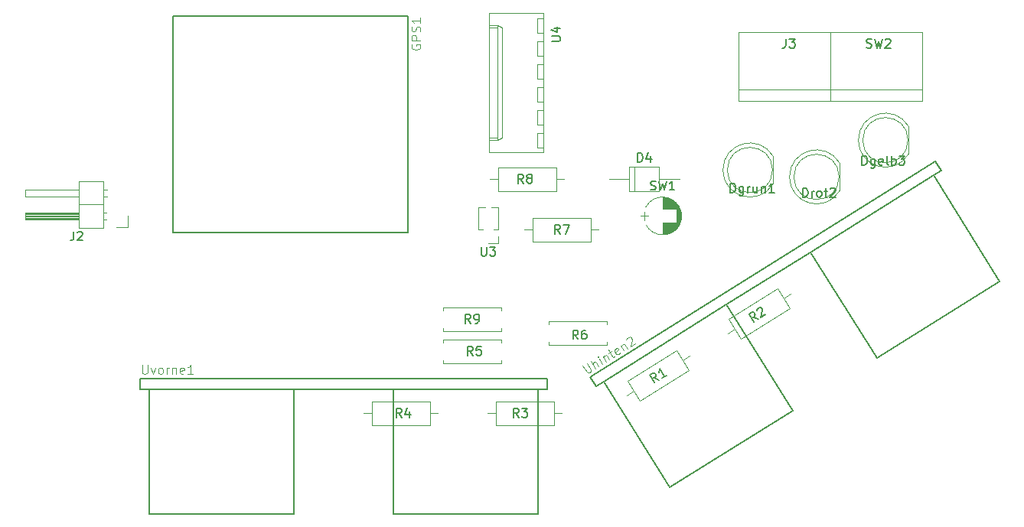
<source format=gbr>
G04 #@! TF.GenerationSoftware,KiCad,Pcbnew,(5.0.2)-1*
G04 #@! TF.CreationDate,2021-03-21T08:53:34+01:00*
G04 #@! TF.ProjectId,Radmesser,5261646d-6573-4736-9572-2e6b69636164,rev?*
G04 #@! TF.SameCoordinates,Original*
G04 #@! TF.FileFunction,Legend,Top*
G04 #@! TF.FilePolarity,Positive*
%FSLAX46Y46*%
G04 Gerber Fmt 4.6, Leading zero omitted, Abs format (unit mm)*
G04 Created by KiCad (PCBNEW (5.0.2)-1) date 21.03.2021 08:53:35*
%MOMM*%
%LPD*%
G01*
G04 APERTURE LIST*
%ADD10C,0.120000*%
%ADD11C,0.127000*%
%ADD12C,0.150000*%
%ADD13C,0.015000*%
G04 APERTURE END LIST*
D10*
G04 #@! TO.C,R6*
X189322000Y-123480000D02*
X189322000Y-123150000D01*
X189322000Y-123150000D02*
X195742000Y-123150000D01*
X195742000Y-123150000D02*
X195742000Y-123480000D01*
X189322000Y-125440000D02*
X189322000Y-125770000D01*
X189322000Y-125770000D02*
X195742000Y-125770000D01*
X195742000Y-125770000D02*
X195742000Y-125440000D01*
D11*
G04 #@! TO.C,Uvorne1*
X145124000Y-144492000D02*
X161124000Y-144492000D01*
X172124001Y-144492000D02*
X188124000Y-144492000D01*
X189124000Y-130692000D02*
X188124000Y-130692000D01*
X188124000Y-130692000D02*
X172124000Y-130692000D01*
X172124000Y-130692000D02*
X161124000Y-130692000D01*
X161124000Y-130692000D02*
X145124000Y-130692000D01*
X145124000Y-130692000D02*
X144124000Y-130692000D01*
X144124000Y-130692000D02*
X144124000Y-129492000D01*
X144124000Y-129492000D02*
X189124000Y-129492000D01*
X189124000Y-129492000D02*
X189124000Y-130692000D01*
X145124000Y-130692000D02*
X145124000Y-144492000D01*
X188124000Y-130692000D02*
X188124000Y-144492000D01*
X161124000Y-130692000D02*
X161124000Y-144492000D01*
X172124000Y-130692000D02*
X172124001Y-144492000D01*
G04 #@! TO.C,Uhinten2*
X218312923Y-115516267D02*
X225625809Y-127219331D01*
X208984394Y-121345379D02*
X216297281Y-133048442D01*
X231881692Y-107037559D02*
X239194578Y-118740623D01*
X195415624Y-129824087D02*
X202728510Y-141527151D01*
X232093837Y-105489982D02*
X232729741Y-106507640D01*
X193931673Y-129336349D02*
X232093837Y-105489982D01*
X194567576Y-130354007D02*
X193931673Y-129336349D01*
X195415624Y-129824087D02*
X194567576Y-130354007D01*
X208984394Y-121345379D02*
X195415624Y-129824087D01*
X218312923Y-115516267D02*
X208984394Y-121345379D01*
X231881692Y-107037559D02*
X218312923Y-115516267D01*
X232729741Y-106507640D02*
X231881692Y-107037559D01*
X225625809Y-127219331D02*
X239194578Y-118740623D01*
X202728510Y-141527151D02*
X216297281Y-133048442D01*
D10*
G04 #@! TO.C,Drot2*
X215958000Y-107187538D02*
G75*
G03X221508000Y-108732830I2990000J-462D01*
G01*
X215958000Y-107188462D02*
G75*
G02X221508000Y-105643170I2990000J462D01*
G01*
X221448000Y-107188000D02*
G75*
G03X221448000Y-107188000I-2500000J0D01*
G01*
X221508000Y-108733000D02*
X221508000Y-105643000D01*
G04 #@! TO.C,Dgrun1*
X214142000Y-107971000D02*
X214142000Y-104881000D01*
X214082000Y-106426000D02*
G75*
G03X214082000Y-106426000I-2500000J0D01*
G01*
X208592000Y-106426462D02*
G75*
G02X214142000Y-104881170I2990000J462D01*
G01*
X208592000Y-106425538D02*
G75*
G03X214142000Y-107970830I2990000J-462D01*
G01*
G04 #@! TO.C,U3*
X183736000Y-114552000D02*
X182626000Y-114552000D01*
X183736000Y-113792000D02*
X183736000Y-114552000D01*
X182062529Y-113032000D02*
X181516000Y-113032000D01*
X183736000Y-113032000D02*
X183189471Y-113032000D01*
X181516000Y-113032000D02*
X181516000Y-110557000D01*
X183736000Y-113032000D02*
X183736000Y-110557000D01*
X182318470Y-110557000D02*
X181516000Y-110557000D01*
X183736000Y-110557000D02*
X182933530Y-110557000D01*
G04 #@! TO.C,SW1*
X199918000Y-111056000D02*
X199918000Y-111956000D01*
X199468000Y-111506000D02*
X200368000Y-111506000D01*
X203999000Y-111341000D02*
X203999000Y-111671000D01*
X203959000Y-111091000D02*
X203959000Y-111921000D01*
X203919000Y-110939000D02*
X203919000Y-112073000D01*
X203879000Y-110820000D02*
X203879000Y-112192000D01*
X203839000Y-110720000D02*
X203839000Y-112292000D01*
X203799000Y-110632000D02*
X203799000Y-112380000D01*
X203759000Y-110554000D02*
X203759000Y-112458000D01*
X203719000Y-110483000D02*
X203719000Y-112529000D01*
X203679000Y-110418000D02*
X203679000Y-112594000D01*
X203639000Y-110358000D02*
X203639000Y-112654000D01*
X203599000Y-110302000D02*
X203599000Y-112710000D01*
X203559000Y-110250000D02*
X203559000Y-112762000D01*
X203519000Y-110201000D02*
X203519000Y-112811000D01*
X203479000Y-110155000D02*
X203479000Y-112857000D01*
X203439000Y-112286000D02*
X203439000Y-112901000D01*
X203439000Y-110111000D02*
X203439000Y-110726000D01*
X203399000Y-112286000D02*
X203399000Y-112942000D01*
X203399000Y-110070000D02*
X203399000Y-110726000D01*
X203359000Y-112286000D02*
X203359000Y-112981000D01*
X203359000Y-110031000D02*
X203359000Y-110726000D01*
X203319000Y-112286000D02*
X203319000Y-113018000D01*
X203319000Y-109994000D02*
X203319000Y-110726000D01*
X203279000Y-112286000D02*
X203279000Y-113053000D01*
X203279000Y-109959000D02*
X203279000Y-110726000D01*
X203239000Y-112286000D02*
X203239000Y-113087000D01*
X203239000Y-109925000D02*
X203239000Y-110726000D01*
X203199000Y-112286000D02*
X203199000Y-113119000D01*
X203199000Y-109893000D02*
X203199000Y-110726000D01*
X203159000Y-112286000D02*
X203159000Y-113149000D01*
X203159000Y-109863000D02*
X203159000Y-110726000D01*
X203119000Y-112286000D02*
X203119000Y-113178000D01*
X203119000Y-109834000D02*
X203119000Y-110726000D01*
X203079000Y-112286000D02*
X203079000Y-113205000D01*
X203079000Y-109807000D02*
X203079000Y-110726000D01*
X203039000Y-112286000D02*
X203039000Y-113231000D01*
X203039000Y-109781000D02*
X203039000Y-110726000D01*
X202999000Y-112286000D02*
X202999000Y-113256000D01*
X202999000Y-109756000D02*
X202999000Y-110726000D01*
X202959000Y-112286000D02*
X202959000Y-113279000D01*
X202959000Y-109733000D02*
X202959000Y-110726000D01*
X202919000Y-112286000D02*
X202919000Y-113302000D01*
X202919000Y-109710000D02*
X202919000Y-110726000D01*
X202879000Y-112286000D02*
X202879000Y-113323000D01*
X202879000Y-109689000D02*
X202879000Y-110726000D01*
X202839000Y-112286000D02*
X202839000Y-113343000D01*
X202839000Y-109669000D02*
X202839000Y-110726000D01*
X202799000Y-112286000D02*
X202799000Y-113362000D01*
X202799000Y-109650000D02*
X202799000Y-110726000D01*
X202759000Y-112286000D02*
X202759000Y-113380000D01*
X202759000Y-109632000D02*
X202759000Y-110726000D01*
X202719000Y-112286000D02*
X202719000Y-113397000D01*
X202719000Y-109615000D02*
X202719000Y-110726000D01*
X202679000Y-112286000D02*
X202679000Y-113413000D01*
X202679000Y-109599000D02*
X202679000Y-110726000D01*
X202639000Y-112286000D02*
X202639000Y-113429000D01*
X202639000Y-109583000D02*
X202639000Y-110726000D01*
X202598000Y-112286000D02*
X202598000Y-113443000D01*
X202598000Y-109569000D02*
X202598000Y-110726000D01*
X202558000Y-112286000D02*
X202558000Y-113456000D01*
X202558000Y-109556000D02*
X202558000Y-110726000D01*
X202518000Y-112286000D02*
X202518000Y-113469000D01*
X202518000Y-109543000D02*
X202518000Y-110726000D01*
X202478000Y-112286000D02*
X202478000Y-113480000D01*
X202478000Y-109532000D02*
X202478000Y-110726000D01*
X202438000Y-112286000D02*
X202438000Y-113491000D01*
X202438000Y-109521000D02*
X202438000Y-110726000D01*
X202398000Y-112286000D02*
X202398000Y-113501000D01*
X202398000Y-109511000D02*
X202398000Y-110726000D01*
X202358000Y-112286000D02*
X202358000Y-113510000D01*
X202358000Y-109502000D02*
X202358000Y-110726000D01*
X202318000Y-112286000D02*
X202318000Y-113518000D01*
X202318000Y-109494000D02*
X202318000Y-110726000D01*
X202278000Y-112286000D02*
X202278000Y-113525000D01*
X202278000Y-109487000D02*
X202278000Y-110726000D01*
X202238000Y-112286000D02*
X202238000Y-113532000D01*
X202238000Y-109480000D02*
X202238000Y-110726000D01*
X202198000Y-112286000D02*
X202198000Y-113538000D01*
X202198000Y-109474000D02*
X202198000Y-110726000D01*
X202158000Y-112286000D02*
X202158000Y-113543000D01*
X202158000Y-109469000D02*
X202158000Y-110726000D01*
X202118000Y-112286000D02*
X202118000Y-113547000D01*
X202118000Y-109465000D02*
X202118000Y-110726000D01*
X202078000Y-112286000D02*
X202078000Y-113550000D01*
X202078000Y-109462000D02*
X202078000Y-110726000D01*
X202038000Y-112286000D02*
X202038000Y-113553000D01*
X202038000Y-109459000D02*
X202038000Y-110726000D01*
X201998000Y-112286000D02*
X201998000Y-113555000D01*
X201998000Y-109457000D02*
X201998000Y-110726000D01*
X201958000Y-112286000D02*
X201958000Y-113556000D01*
X201958000Y-109456000D02*
X201958000Y-110726000D01*
X201918000Y-109456000D02*
X201918000Y-110726000D01*
X201918000Y-112286000D02*
X201918000Y-113556000D01*
X203764436Y-112485170D02*
G75*
G03X203763996Y-110526000I-1846436J979170D01*
G01*
X203764436Y-112485170D02*
G75*
G02X200072004Y-112486000I-1846436J979170D01*
G01*
X203764436Y-110526830D02*
G75*
G03X200072004Y-110526000I-1846436J-979170D01*
G01*
G04 #@! TO.C,R1*
X197954918Y-131356659D02*
X198709681Y-130885031D01*
X204908913Y-127011321D02*
X204154150Y-127482949D01*
X199403876Y-131995974D02*
X204848344Y-128593892D01*
X198015487Y-129774088D02*
X199403876Y-131995974D01*
X203459956Y-126372006D02*
X198015487Y-129774088D01*
X204848344Y-128593892D02*
X203459956Y-126372006D01*
G04 #@! TO.C,R2*
X216024344Y-121735892D02*
X214635956Y-119514006D01*
X214635956Y-119514006D02*
X209191487Y-122916088D01*
X209191487Y-122916088D02*
X210579876Y-125137974D01*
X210579876Y-125137974D02*
X216024344Y-121735892D01*
X216084913Y-120153321D02*
X215330150Y-120624949D01*
X209130918Y-124498659D02*
X209885681Y-124027031D01*
G04 #@! TO.C,R3*
X190790000Y-133350000D02*
X189900000Y-133350000D01*
X182590000Y-133350000D02*
X183480000Y-133350000D01*
X189900000Y-132040000D02*
X183480000Y-132040000D01*
X189900000Y-134660000D02*
X189900000Y-132040000D01*
X183480000Y-134660000D02*
X189900000Y-134660000D01*
X183480000Y-132040000D02*
X183480000Y-134660000D01*
G04 #@! TO.C,R4*
X169764000Y-132040000D02*
X169764000Y-134660000D01*
X169764000Y-134660000D02*
X176184000Y-134660000D01*
X176184000Y-134660000D02*
X176184000Y-132040000D01*
X176184000Y-132040000D02*
X169764000Y-132040000D01*
X168874000Y-133350000D02*
X169764000Y-133350000D01*
X177074000Y-133350000D02*
X176184000Y-133350000D01*
G04 #@! TO.C,R7*
X186654000Y-113030000D02*
X187544000Y-113030000D01*
X194854000Y-113030000D02*
X193964000Y-113030000D01*
X187544000Y-114340000D02*
X193964000Y-114340000D01*
X187544000Y-111720000D02*
X187544000Y-114340000D01*
X193964000Y-111720000D02*
X187544000Y-111720000D01*
X193964000Y-114340000D02*
X193964000Y-111720000D01*
G04 #@! TO.C,R8*
X190154000Y-108752000D02*
X190154000Y-106132000D01*
X190154000Y-106132000D02*
X183734000Y-106132000D01*
X183734000Y-106132000D02*
X183734000Y-108752000D01*
X183734000Y-108752000D02*
X190154000Y-108752000D01*
X191044000Y-107442000D02*
X190154000Y-107442000D01*
X182844000Y-107442000D02*
X183734000Y-107442000D01*
G04 #@! TO.C,Dgelb3*
X229128000Y-104669000D02*
X229128000Y-101579000D01*
X229068000Y-103124000D02*
G75*
G03X229068000Y-103124000I-2500000J0D01*
G01*
X223578000Y-103124462D02*
G75*
G02X229128000Y-101579170I2990000J462D01*
G01*
X223578000Y-103123538D02*
G75*
G03X229128000Y-104668830I2990000J-462D01*
G01*
G04 #@! TO.C,R5*
X184058000Y-127802000D02*
X184058000Y-127472000D01*
X177638000Y-127802000D02*
X184058000Y-127802000D01*
X177638000Y-127472000D02*
X177638000Y-127802000D01*
X184058000Y-125182000D02*
X184058000Y-125512000D01*
X177638000Y-125182000D02*
X184058000Y-125182000D01*
X177638000Y-125512000D02*
X177638000Y-125182000D01*
G04 #@! TO.C,R9*
X184058000Y-124246000D02*
X184058000Y-123916000D01*
X177638000Y-124246000D02*
X184058000Y-124246000D01*
X177638000Y-123916000D02*
X177638000Y-124246000D01*
X184058000Y-121626000D02*
X184058000Y-121956000D01*
X177638000Y-121626000D02*
X184058000Y-121626000D01*
X177638000Y-121956000D02*
X177638000Y-121626000D01*
G04 #@! TO.C,D4*
X198778000Y-106082000D02*
X198778000Y-108802000D01*
X203798000Y-107442000D02*
X201558000Y-107442000D01*
X195998000Y-107442000D02*
X198238000Y-107442000D01*
X201558000Y-106082000D02*
X198238000Y-106082000D01*
X201558000Y-108802000D02*
X201558000Y-106082000D01*
X198238000Y-108802000D02*
X201558000Y-108802000D01*
X198238000Y-106082000D02*
X198238000Y-108802000D01*
G04 #@! TO.C,J2*
X142748000Y-112776000D02*
X141478000Y-112776000D01*
X142748000Y-111506000D02*
X142748000Y-112776000D01*
X140435071Y-108586000D02*
X140038000Y-108586000D01*
X140435071Y-109346000D02*
X140038000Y-109346000D01*
X131378000Y-108586000D02*
X137378000Y-108586000D01*
X131378000Y-109346000D02*
X131378000Y-108586000D01*
X137378000Y-109346000D02*
X131378000Y-109346000D01*
X140038000Y-110236000D02*
X137378000Y-110236000D01*
X140368000Y-111126000D02*
X140038000Y-111126000D01*
X140368000Y-111886000D02*
X140038000Y-111886000D01*
X137378000Y-111226000D02*
X131378000Y-111226000D01*
X137378000Y-111346000D02*
X131378000Y-111346000D01*
X137378000Y-111466000D02*
X131378000Y-111466000D01*
X137378000Y-111586000D02*
X131378000Y-111586000D01*
X137378000Y-111706000D02*
X131378000Y-111706000D01*
X137378000Y-111826000D02*
X131378000Y-111826000D01*
X131378000Y-111126000D02*
X137378000Y-111126000D01*
X131378000Y-111886000D02*
X131378000Y-111126000D01*
X137378000Y-111886000D02*
X131378000Y-111886000D01*
X137378000Y-112836000D02*
X140038000Y-112836000D01*
X137378000Y-107636000D02*
X137378000Y-112836000D01*
X140038000Y-107636000D02*
X137378000Y-107636000D01*
X140038000Y-112836000D02*
X140038000Y-107636000D01*
D11*
G04 #@! TO.C,GPS1*
X173730000Y-89346000D02*
X173730000Y-113346000D01*
X147730000Y-89346000D02*
X147730000Y-113346000D01*
X173730000Y-89346000D02*
X147730000Y-89346000D01*
X173730000Y-113346000D02*
X147730000Y-113346000D01*
D10*
G04 #@! TO.C,U4*
X188074000Y-103924000D02*
X188694000Y-103924000D01*
X188074000Y-102324000D02*
X188074000Y-103924000D01*
X188694000Y-102324000D02*
X188074000Y-102324000D01*
X188074000Y-101384000D02*
X188694000Y-101384000D01*
X188074000Y-99784000D02*
X188074000Y-101384000D01*
X188694000Y-99784000D02*
X188074000Y-99784000D01*
X188074000Y-98844000D02*
X188694000Y-98844000D01*
X188074000Y-97244000D02*
X188074000Y-98844000D01*
X188694000Y-97244000D02*
X188074000Y-97244000D01*
X188074000Y-96304000D02*
X188694000Y-96304000D01*
X188074000Y-94704000D02*
X188074000Y-96304000D01*
X188694000Y-94704000D02*
X188074000Y-94704000D01*
X188074000Y-93764000D02*
X188694000Y-93764000D01*
X188074000Y-92164000D02*
X188074000Y-93764000D01*
X188694000Y-92164000D02*
X188074000Y-92164000D01*
X188074000Y-91224000D02*
X188694000Y-91224000D01*
X188074000Y-89624000D02*
X188074000Y-91224000D01*
X188694000Y-89624000D02*
X188074000Y-89624000D01*
X182694000Y-102874000D02*
X183694000Y-102874000D01*
X182694000Y-90674000D02*
X183694000Y-90674000D01*
X184124000Y-102874000D02*
X183694000Y-103124000D01*
X184124000Y-90674000D02*
X184124000Y-102874000D01*
X183694000Y-90424000D02*
X184124000Y-90674000D01*
X183694000Y-103124000D02*
X182694000Y-103124000D01*
X183694000Y-90424000D02*
X183694000Y-103124000D01*
X182694000Y-90424000D02*
X183694000Y-90424000D01*
X188694000Y-104494000D02*
X188694000Y-89054000D01*
X182694000Y-104494000D02*
X188694000Y-104494000D01*
X182694000Y-89054000D02*
X182694000Y-104494000D01*
X188694000Y-89054000D02*
X182694000Y-89054000D01*
G04 #@! TO.C,J3*
X220472000Y-97536000D02*
X210312000Y-97536000D01*
X220472000Y-98806000D02*
X220472000Y-91186000D01*
X220472000Y-91186000D02*
X210312000Y-91186000D01*
X210312000Y-91186000D02*
X210312000Y-98806000D01*
X210312000Y-98806000D02*
X220472000Y-98806000D01*
G04 #@! TO.C,SW2*
X220472000Y-98806000D02*
X230632000Y-98806000D01*
X220472000Y-91186000D02*
X220472000Y-98806000D01*
X230632000Y-91186000D02*
X220472000Y-91186000D01*
X230632000Y-98806000D02*
X230632000Y-91186000D01*
X230632000Y-97536000D02*
X220472000Y-97536000D01*
G04 #@! TO.C,R6*
D12*
X192564211Y-125153005D02*
X192230878Y-124676815D01*
X191992782Y-125153005D02*
X191992782Y-124153005D01*
X192373735Y-124153005D01*
X192468973Y-124200625D01*
X192516592Y-124248244D01*
X192564211Y-124343482D01*
X192564211Y-124486339D01*
X192516592Y-124581577D01*
X192468973Y-124629196D01*
X192373735Y-124676815D01*
X191992782Y-124676815D01*
X193421354Y-124153005D02*
X193230878Y-124153005D01*
X193135639Y-124200625D01*
X193088020Y-124248244D01*
X192992782Y-124391101D01*
X192945163Y-124581577D01*
X192945163Y-124962529D01*
X192992782Y-125057767D01*
X193040401Y-125105386D01*
X193135639Y-125153005D01*
X193326116Y-125153005D01*
X193421354Y-125105386D01*
X193468973Y-125057767D01*
X193516592Y-124962529D01*
X193516592Y-124724434D01*
X193468973Y-124629196D01*
X193421354Y-124581577D01*
X193326116Y-124533958D01*
X193135639Y-124533958D01*
X193040401Y-124581577D01*
X192992782Y-124629196D01*
X192945163Y-124724434D01*
G04 #@! TO.C,Uvorne1*
D13*
X144351787Y-127990806D02*
X144351787Y-128800750D01*
X144399430Y-128896038D01*
X144447074Y-128943682D01*
X144542362Y-128991326D01*
X144732937Y-128991326D01*
X144828225Y-128943682D01*
X144875869Y-128896038D01*
X144923512Y-128800750D01*
X144923512Y-127990806D01*
X145304663Y-128324312D02*
X145542882Y-128991326D01*
X145781101Y-128324312D01*
X146305183Y-128991326D02*
X146209895Y-128943682D01*
X146162251Y-128896038D01*
X146114608Y-128800750D01*
X146114608Y-128514888D01*
X146162251Y-128419600D01*
X146209895Y-128371956D01*
X146305183Y-128324312D01*
X146448114Y-128324312D01*
X146543402Y-128371956D01*
X146591046Y-128419600D01*
X146638690Y-128514888D01*
X146638690Y-128800750D01*
X146591046Y-128896038D01*
X146543402Y-128943682D01*
X146448114Y-128991326D01*
X146305183Y-128991326D01*
X147067484Y-128991326D02*
X147067484Y-128324312D01*
X147067484Y-128514888D02*
X147115128Y-128419600D01*
X147162771Y-128371956D01*
X147258059Y-128324312D01*
X147353347Y-128324312D01*
X147686853Y-128324312D02*
X147686853Y-128991326D01*
X147686853Y-128419600D02*
X147734497Y-128371956D01*
X147829785Y-128324312D01*
X147972716Y-128324312D01*
X148068004Y-128371956D01*
X148115648Y-128467244D01*
X148115648Y-128991326D01*
X148973236Y-128943682D02*
X148877949Y-128991326D01*
X148687373Y-128991326D01*
X148592086Y-128943682D01*
X148544442Y-128848394D01*
X148544442Y-128467244D01*
X148592086Y-128371956D01*
X148687373Y-128324312D01*
X148877949Y-128324312D01*
X148973236Y-128371956D01*
X149020880Y-128467244D01*
X149020880Y-128562531D01*
X148544442Y-128657819D01*
X149973756Y-128991326D02*
X149402030Y-128991326D01*
X149687893Y-128991326D02*
X149687893Y-127990806D01*
X149592606Y-128133737D01*
X149497318Y-128229025D01*
X149402030Y-128276669D01*
G04 #@! TO.C,Uhinten2*
X193086910Y-128094039D02*
X193516115Y-128780911D01*
X193607014Y-128836472D01*
X193672666Y-128851629D01*
X193778722Y-128841539D01*
X193940339Y-128740549D01*
X193995900Y-128649650D01*
X194011057Y-128583999D01*
X194000966Y-128477943D01*
X193571761Y-127791071D01*
X194505998Y-128387086D02*
X193975803Y-127538597D01*
X194869636Y-128159860D02*
X194591915Y-127715413D01*
X194501016Y-127659852D01*
X194394960Y-127669943D01*
X194273748Y-127745685D01*
X194218187Y-127836584D01*
X194203030Y-127902235D01*
X195273679Y-127907386D02*
X194920216Y-127341727D01*
X194743484Y-127058897D02*
X194728327Y-127124549D01*
X194793979Y-127139705D01*
X194809136Y-127074054D01*
X194743484Y-127058897D01*
X194793979Y-127139705D01*
X195324258Y-127089253D02*
X195677721Y-127654912D01*
X195374753Y-127170061D02*
X195389910Y-127104410D01*
X195445471Y-127013511D01*
X195566684Y-126937769D01*
X195672739Y-126927678D01*
X195763638Y-126983239D01*
X196041359Y-127427686D01*
X195970726Y-126685295D02*
X196293960Y-126483316D01*
X195915207Y-126326723D02*
X196369660Y-127054000D01*
X196460559Y-127109561D01*
X196566615Y-127099470D01*
X196647423Y-127048975D01*
X197228239Y-126629861D02*
X197172678Y-126720760D01*
X197011061Y-126821749D01*
X196905005Y-126831840D01*
X196814106Y-126776278D01*
X196612127Y-126453044D01*
X196602037Y-126346989D01*
X196657598Y-126256090D01*
X196819215Y-126155100D01*
X196925271Y-126145010D01*
X197016170Y-126200571D01*
X197066665Y-126281379D01*
X196713117Y-126614661D01*
X197304066Y-125852132D02*
X197657529Y-126417791D01*
X197354561Y-125932940D02*
X197369718Y-125867289D01*
X197425279Y-125776390D01*
X197546491Y-125700647D01*
X197652547Y-125690557D01*
X197743446Y-125746118D01*
X198021167Y-126190565D01*
X197905105Y-125195658D02*
X197920262Y-125130006D01*
X197975823Y-125039107D01*
X198177845Y-124912870D01*
X198283900Y-124902780D01*
X198349552Y-124917937D01*
X198440451Y-124973498D01*
X198490946Y-125054306D01*
X198526284Y-125200766D01*
X198344401Y-125988586D01*
X198869656Y-125660370D01*
G04 #@! TO.C,Drot2*
D12*
X217416285Y-109418380D02*
X217416285Y-108418380D01*
X217654380Y-108418380D01*
X217797238Y-108466000D01*
X217892476Y-108561238D01*
X217940095Y-108656476D01*
X217987714Y-108846952D01*
X217987714Y-108989809D01*
X217940095Y-109180285D01*
X217892476Y-109275523D01*
X217797238Y-109370761D01*
X217654380Y-109418380D01*
X217416285Y-109418380D01*
X218416285Y-109418380D02*
X218416285Y-108751714D01*
X218416285Y-108942190D02*
X218463904Y-108846952D01*
X218511523Y-108799333D01*
X218606761Y-108751714D01*
X218702000Y-108751714D01*
X219178190Y-109418380D02*
X219082952Y-109370761D01*
X219035333Y-109323142D01*
X218987714Y-109227904D01*
X218987714Y-108942190D01*
X219035333Y-108846952D01*
X219082952Y-108799333D01*
X219178190Y-108751714D01*
X219321047Y-108751714D01*
X219416285Y-108799333D01*
X219463904Y-108846952D01*
X219511523Y-108942190D01*
X219511523Y-109227904D01*
X219463904Y-109323142D01*
X219416285Y-109370761D01*
X219321047Y-109418380D01*
X219178190Y-109418380D01*
X219797238Y-108751714D02*
X220178190Y-108751714D01*
X219940095Y-108418380D02*
X219940095Y-109275523D01*
X219987714Y-109370761D01*
X220082952Y-109418380D01*
X220178190Y-109418380D01*
X220463904Y-108513619D02*
X220511523Y-108466000D01*
X220606761Y-108418380D01*
X220844857Y-108418380D01*
X220940095Y-108466000D01*
X220987714Y-108513619D01*
X221035333Y-108608857D01*
X221035333Y-108704095D01*
X220987714Y-108846952D01*
X220416285Y-109418380D01*
X221035333Y-109418380D01*
G04 #@! TO.C,Dgrun1*
X209431238Y-108910380D02*
X209431238Y-107910380D01*
X209669333Y-107910380D01*
X209812190Y-107958000D01*
X209907428Y-108053238D01*
X209955047Y-108148476D01*
X210002666Y-108338952D01*
X210002666Y-108481809D01*
X209955047Y-108672285D01*
X209907428Y-108767523D01*
X209812190Y-108862761D01*
X209669333Y-108910380D01*
X209431238Y-108910380D01*
X210859809Y-108243714D02*
X210859809Y-109053238D01*
X210812190Y-109148476D01*
X210764571Y-109196095D01*
X210669333Y-109243714D01*
X210526476Y-109243714D01*
X210431238Y-109196095D01*
X210859809Y-108862761D02*
X210764571Y-108910380D01*
X210574095Y-108910380D01*
X210478857Y-108862761D01*
X210431238Y-108815142D01*
X210383619Y-108719904D01*
X210383619Y-108434190D01*
X210431238Y-108338952D01*
X210478857Y-108291333D01*
X210574095Y-108243714D01*
X210764571Y-108243714D01*
X210859809Y-108291333D01*
X211336000Y-108910380D02*
X211336000Y-108243714D01*
X211336000Y-108434190D02*
X211383619Y-108338952D01*
X211431238Y-108291333D01*
X211526476Y-108243714D01*
X211621714Y-108243714D01*
X212383619Y-108243714D02*
X212383619Y-108910380D01*
X211955047Y-108243714D02*
X211955047Y-108767523D01*
X212002666Y-108862761D01*
X212097904Y-108910380D01*
X212240761Y-108910380D01*
X212336000Y-108862761D01*
X212383619Y-108815142D01*
X212859809Y-108243714D02*
X212859809Y-108910380D01*
X212859809Y-108338952D02*
X212907428Y-108291333D01*
X213002666Y-108243714D01*
X213145523Y-108243714D01*
X213240761Y-108291333D01*
X213288380Y-108386571D01*
X213288380Y-108910380D01*
X214288380Y-108910380D02*
X213716952Y-108910380D01*
X214002666Y-108910380D02*
X214002666Y-107910380D01*
X213907428Y-108053238D01*
X213812190Y-108148476D01*
X213716952Y-108196095D01*
G04 #@! TO.C,U3*
X181864095Y-114939380D02*
X181864095Y-115748904D01*
X181911714Y-115844142D01*
X181959333Y-115891761D01*
X182054571Y-115939380D01*
X182245047Y-115939380D01*
X182340285Y-115891761D01*
X182387904Y-115844142D01*
X182435523Y-115748904D01*
X182435523Y-114939380D01*
X182816476Y-114939380D02*
X183435523Y-114939380D01*
X183102190Y-115320333D01*
X183245047Y-115320333D01*
X183340285Y-115367952D01*
X183387904Y-115415571D01*
X183435523Y-115510809D01*
X183435523Y-115748904D01*
X183387904Y-115844142D01*
X183340285Y-115891761D01*
X183245047Y-115939380D01*
X182959333Y-115939380D01*
X182864095Y-115891761D01*
X182816476Y-115844142D01*
G04 #@! TO.C,SW1*
X200584666Y-108600761D02*
X200727523Y-108648380D01*
X200965619Y-108648380D01*
X201060857Y-108600761D01*
X201108476Y-108553142D01*
X201156095Y-108457904D01*
X201156095Y-108362666D01*
X201108476Y-108267428D01*
X201060857Y-108219809D01*
X200965619Y-108172190D01*
X200775142Y-108124571D01*
X200679904Y-108076952D01*
X200632285Y-108029333D01*
X200584666Y-107934095D01*
X200584666Y-107838857D01*
X200632285Y-107743619D01*
X200679904Y-107696000D01*
X200775142Y-107648380D01*
X201013238Y-107648380D01*
X201156095Y-107696000D01*
X201489428Y-107648380D02*
X201727523Y-108648380D01*
X201918000Y-107934095D01*
X202108476Y-108648380D01*
X202346571Y-107648380D01*
X203251333Y-108648380D02*
X202679904Y-108648380D01*
X202965619Y-108648380D02*
X202965619Y-107648380D01*
X202870380Y-107791238D01*
X202775142Y-107886476D01*
X202679904Y-107934095D01*
G04 #@! TO.C,R1*
X201530300Y-129655950D02*
X200995274Y-129428758D01*
X201045701Y-129958761D02*
X200515781Y-129110713D01*
X200838847Y-128908839D01*
X200944848Y-128898754D01*
X201010466Y-128913903D01*
X201101317Y-128969435D01*
X201177020Y-129090585D01*
X201187105Y-129196586D01*
X201171956Y-129262203D01*
X201116424Y-129353055D01*
X200793358Y-129554929D01*
X202337964Y-129151265D02*
X201853365Y-129454076D01*
X202095665Y-129302671D02*
X201565746Y-128454623D01*
X201560682Y-128626241D01*
X201530384Y-128757476D01*
X201474852Y-128848328D01*
G04 #@! TO.C,R2*
X212490895Y-122932549D02*
X211955869Y-122705357D01*
X212006296Y-123235360D02*
X211476376Y-122387312D01*
X211799442Y-122185438D01*
X211905443Y-122175353D01*
X211971061Y-122190502D01*
X212061912Y-122246034D01*
X212137615Y-122367184D01*
X212147700Y-122473185D01*
X212132551Y-122538802D01*
X212077019Y-122629654D01*
X211753953Y-122831528D01*
X212334510Y-121963394D02*
X212349659Y-121897776D01*
X212405191Y-121806924D01*
X212607107Y-121680753D01*
X212713108Y-121670668D01*
X212778725Y-121685817D01*
X212869577Y-121741349D01*
X212920046Y-121822116D01*
X212955365Y-121968500D01*
X212773577Y-122755909D01*
X213298559Y-122427864D01*
G04 #@! TO.C,R3*
X186015333Y-133802380D02*
X185682000Y-133326190D01*
X185443904Y-133802380D02*
X185443904Y-132802380D01*
X185824857Y-132802380D01*
X185920095Y-132850000D01*
X185967714Y-132897619D01*
X186015333Y-132992857D01*
X186015333Y-133135714D01*
X185967714Y-133230952D01*
X185920095Y-133278571D01*
X185824857Y-133326190D01*
X185443904Y-133326190D01*
X186348666Y-132802380D02*
X186967714Y-132802380D01*
X186634380Y-133183333D01*
X186777238Y-133183333D01*
X186872476Y-133230952D01*
X186920095Y-133278571D01*
X186967714Y-133373809D01*
X186967714Y-133611904D01*
X186920095Y-133707142D01*
X186872476Y-133754761D01*
X186777238Y-133802380D01*
X186491523Y-133802380D01*
X186396285Y-133754761D01*
X186348666Y-133707142D01*
G04 #@! TO.C,R4*
X173061333Y-133802380D02*
X172728000Y-133326190D01*
X172489904Y-133802380D02*
X172489904Y-132802380D01*
X172870857Y-132802380D01*
X172966095Y-132850000D01*
X173013714Y-132897619D01*
X173061333Y-132992857D01*
X173061333Y-133135714D01*
X173013714Y-133230952D01*
X172966095Y-133278571D01*
X172870857Y-133326190D01*
X172489904Y-133326190D01*
X173918476Y-133135714D02*
X173918476Y-133802380D01*
X173680380Y-132754761D02*
X173442285Y-133469047D01*
X174061333Y-133469047D01*
G04 #@! TO.C,R7*
X190587333Y-113482380D02*
X190254000Y-113006190D01*
X190015904Y-113482380D02*
X190015904Y-112482380D01*
X190396857Y-112482380D01*
X190492095Y-112530000D01*
X190539714Y-112577619D01*
X190587333Y-112672857D01*
X190587333Y-112815714D01*
X190539714Y-112910952D01*
X190492095Y-112958571D01*
X190396857Y-113006190D01*
X190015904Y-113006190D01*
X190920666Y-112482380D02*
X191587333Y-112482380D01*
X191158761Y-113482380D01*
G04 #@! TO.C,R8*
X186523333Y-107894380D02*
X186190000Y-107418190D01*
X185951904Y-107894380D02*
X185951904Y-106894380D01*
X186332857Y-106894380D01*
X186428095Y-106942000D01*
X186475714Y-106989619D01*
X186523333Y-107084857D01*
X186523333Y-107227714D01*
X186475714Y-107322952D01*
X186428095Y-107370571D01*
X186332857Y-107418190D01*
X185951904Y-107418190D01*
X187094761Y-107322952D02*
X186999523Y-107275333D01*
X186951904Y-107227714D01*
X186904285Y-107132476D01*
X186904285Y-107084857D01*
X186951904Y-106989619D01*
X186999523Y-106942000D01*
X187094761Y-106894380D01*
X187285238Y-106894380D01*
X187380476Y-106942000D01*
X187428095Y-106989619D01*
X187475714Y-107084857D01*
X187475714Y-107132476D01*
X187428095Y-107227714D01*
X187380476Y-107275333D01*
X187285238Y-107322952D01*
X187094761Y-107322952D01*
X186999523Y-107370571D01*
X186951904Y-107418190D01*
X186904285Y-107513428D01*
X186904285Y-107703904D01*
X186951904Y-107799142D01*
X186999523Y-107846761D01*
X187094761Y-107894380D01*
X187285238Y-107894380D01*
X187380476Y-107846761D01*
X187428095Y-107799142D01*
X187475714Y-107703904D01*
X187475714Y-107513428D01*
X187428095Y-107418190D01*
X187380476Y-107370571D01*
X187285238Y-107322952D01*
G04 #@! TO.C,Dgelb3*
X223980666Y-105862380D02*
X223980666Y-104862380D01*
X224218761Y-104862380D01*
X224361619Y-104910000D01*
X224456857Y-105005238D01*
X224504476Y-105100476D01*
X224552095Y-105290952D01*
X224552095Y-105433809D01*
X224504476Y-105624285D01*
X224456857Y-105719523D01*
X224361619Y-105814761D01*
X224218761Y-105862380D01*
X223980666Y-105862380D01*
X225409238Y-105195714D02*
X225409238Y-106005238D01*
X225361619Y-106100476D01*
X225314000Y-106148095D01*
X225218761Y-106195714D01*
X225075904Y-106195714D01*
X224980666Y-106148095D01*
X225409238Y-105814761D02*
X225314000Y-105862380D01*
X225123523Y-105862380D01*
X225028285Y-105814761D01*
X224980666Y-105767142D01*
X224933047Y-105671904D01*
X224933047Y-105386190D01*
X224980666Y-105290952D01*
X225028285Y-105243333D01*
X225123523Y-105195714D01*
X225314000Y-105195714D01*
X225409238Y-105243333D01*
X226266380Y-105814761D02*
X226171142Y-105862380D01*
X225980666Y-105862380D01*
X225885428Y-105814761D01*
X225837809Y-105719523D01*
X225837809Y-105338571D01*
X225885428Y-105243333D01*
X225980666Y-105195714D01*
X226171142Y-105195714D01*
X226266380Y-105243333D01*
X226314000Y-105338571D01*
X226314000Y-105433809D01*
X225837809Y-105529047D01*
X226885428Y-105862380D02*
X226790190Y-105814761D01*
X226742571Y-105719523D01*
X226742571Y-104862380D01*
X227266380Y-105862380D02*
X227266380Y-104862380D01*
X227266380Y-105243333D02*
X227361619Y-105195714D01*
X227552095Y-105195714D01*
X227647333Y-105243333D01*
X227694952Y-105290952D01*
X227742571Y-105386190D01*
X227742571Y-105671904D01*
X227694952Y-105767142D01*
X227647333Y-105814761D01*
X227552095Y-105862380D01*
X227361619Y-105862380D01*
X227266380Y-105814761D01*
X228075904Y-104862380D02*
X228694952Y-104862380D01*
X228361619Y-105243333D01*
X228504476Y-105243333D01*
X228599714Y-105290952D01*
X228647333Y-105338571D01*
X228694952Y-105433809D01*
X228694952Y-105671904D01*
X228647333Y-105767142D01*
X228599714Y-105814761D01*
X228504476Y-105862380D01*
X228218761Y-105862380D01*
X228123523Y-105814761D01*
X228075904Y-105767142D01*
G04 #@! TO.C,R5*
X180935333Y-126944380D02*
X180602000Y-126468190D01*
X180363904Y-126944380D02*
X180363904Y-125944380D01*
X180744857Y-125944380D01*
X180840095Y-125992000D01*
X180887714Y-126039619D01*
X180935333Y-126134857D01*
X180935333Y-126277714D01*
X180887714Y-126372952D01*
X180840095Y-126420571D01*
X180744857Y-126468190D01*
X180363904Y-126468190D01*
X181840095Y-125944380D02*
X181363904Y-125944380D01*
X181316285Y-126420571D01*
X181363904Y-126372952D01*
X181459142Y-126325333D01*
X181697238Y-126325333D01*
X181792476Y-126372952D01*
X181840095Y-126420571D01*
X181887714Y-126515809D01*
X181887714Y-126753904D01*
X181840095Y-126849142D01*
X181792476Y-126896761D01*
X181697238Y-126944380D01*
X181459142Y-126944380D01*
X181363904Y-126896761D01*
X181316285Y-126849142D01*
G04 #@! TO.C,R9*
X180681333Y-123388380D02*
X180348000Y-122912190D01*
X180109904Y-123388380D02*
X180109904Y-122388380D01*
X180490857Y-122388380D01*
X180586095Y-122436000D01*
X180633714Y-122483619D01*
X180681333Y-122578857D01*
X180681333Y-122721714D01*
X180633714Y-122816952D01*
X180586095Y-122864571D01*
X180490857Y-122912190D01*
X180109904Y-122912190D01*
X181157523Y-123388380D02*
X181348000Y-123388380D01*
X181443238Y-123340761D01*
X181490857Y-123293142D01*
X181586095Y-123150285D01*
X181633714Y-122959809D01*
X181633714Y-122578857D01*
X181586095Y-122483619D01*
X181538476Y-122436000D01*
X181443238Y-122388380D01*
X181252761Y-122388380D01*
X181157523Y-122436000D01*
X181109904Y-122483619D01*
X181062285Y-122578857D01*
X181062285Y-122816952D01*
X181109904Y-122912190D01*
X181157523Y-122959809D01*
X181252761Y-123007428D01*
X181443238Y-123007428D01*
X181538476Y-122959809D01*
X181586095Y-122912190D01*
X181633714Y-122816952D01*
G04 #@! TO.C,D4*
X199159904Y-105534380D02*
X199159904Y-104534380D01*
X199398000Y-104534380D01*
X199540857Y-104582000D01*
X199636095Y-104677238D01*
X199683714Y-104772476D01*
X199731333Y-104962952D01*
X199731333Y-105105809D01*
X199683714Y-105296285D01*
X199636095Y-105391523D01*
X199540857Y-105486761D01*
X199398000Y-105534380D01*
X199159904Y-105534380D01*
X200588476Y-104867714D02*
X200588476Y-105534380D01*
X200350380Y-104486761D02*
X200112285Y-105201047D01*
X200731333Y-105201047D01*
G04 #@! TO.C,J2*
X136759666Y-113228380D02*
X136759666Y-113942666D01*
X136712047Y-114085523D01*
X136616809Y-114180761D01*
X136473952Y-114228380D01*
X136378714Y-114228380D01*
X137188238Y-113323619D02*
X137235857Y-113276000D01*
X137331095Y-113228380D01*
X137569190Y-113228380D01*
X137664428Y-113276000D01*
X137712047Y-113323619D01*
X137759666Y-113418857D01*
X137759666Y-113514095D01*
X137712047Y-113656952D01*
X137140619Y-114228380D01*
X137759666Y-114228380D01*
G04 #@! TO.C,GPS1*
D13*
X174183030Y-92537095D02*
X174135386Y-92632382D01*
X174135386Y-92775314D01*
X174183030Y-92918245D01*
X174278317Y-93013533D01*
X174373605Y-93061177D01*
X174564180Y-93108820D01*
X174707111Y-93108820D01*
X174897687Y-93061177D01*
X174992974Y-93013533D01*
X175088262Y-92918245D01*
X175135906Y-92775314D01*
X175135906Y-92680026D01*
X175088262Y-92537095D01*
X175040618Y-92489451D01*
X174707111Y-92489451D01*
X174707111Y-92680026D01*
X175135906Y-92060657D02*
X174135386Y-92060657D01*
X174135386Y-91679506D01*
X174183030Y-91584219D01*
X174230673Y-91536575D01*
X174325961Y-91488931D01*
X174468892Y-91488931D01*
X174564180Y-91536575D01*
X174611824Y-91584219D01*
X174659468Y-91679506D01*
X174659468Y-92060657D01*
X175088262Y-91107780D02*
X175135906Y-90964849D01*
X175135906Y-90726630D01*
X175088262Y-90631342D01*
X175040618Y-90583699D01*
X174945330Y-90536055D01*
X174850043Y-90536055D01*
X174754755Y-90583699D01*
X174707111Y-90631342D01*
X174659468Y-90726630D01*
X174611824Y-90917205D01*
X174564180Y-91012493D01*
X174516536Y-91060137D01*
X174421249Y-91107780D01*
X174325961Y-91107780D01*
X174230673Y-91060137D01*
X174183030Y-91012493D01*
X174135386Y-90917205D01*
X174135386Y-90678986D01*
X174183030Y-90536055D01*
X175135906Y-89583179D02*
X175135906Y-90154904D01*
X175135906Y-89869041D02*
X174135386Y-89869041D01*
X174278317Y-89964329D01*
X174373605Y-90059617D01*
X174421249Y-90154904D01*
G04 #@! TO.C,U4*
D12*
X189626380Y-92185904D02*
X190435904Y-92185904D01*
X190531142Y-92138285D01*
X190578761Y-92090666D01*
X190626380Y-91995428D01*
X190626380Y-91804952D01*
X190578761Y-91709714D01*
X190531142Y-91662095D01*
X190435904Y-91614476D01*
X189626380Y-91614476D01*
X189959714Y-90709714D02*
X190626380Y-90709714D01*
X189578761Y-90947809D02*
X190293047Y-91185904D01*
X190293047Y-90566857D01*
G04 #@! TO.C,J3*
X215566666Y-91908380D02*
X215566666Y-92622666D01*
X215519047Y-92765523D01*
X215423809Y-92860761D01*
X215280952Y-92908380D01*
X215185714Y-92908380D01*
X215947619Y-91908380D02*
X216566666Y-91908380D01*
X216233333Y-92289333D01*
X216376190Y-92289333D01*
X216471428Y-92336952D01*
X216519047Y-92384571D01*
X216566666Y-92479809D01*
X216566666Y-92717904D01*
X216519047Y-92813142D01*
X216471428Y-92860761D01*
X216376190Y-92908380D01*
X216090476Y-92908380D01*
X215995238Y-92860761D01*
X215947619Y-92813142D01*
G04 #@! TO.C,SW2*
X224472666Y-92860761D02*
X224615523Y-92908380D01*
X224853619Y-92908380D01*
X224948857Y-92860761D01*
X224996476Y-92813142D01*
X225044095Y-92717904D01*
X225044095Y-92622666D01*
X224996476Y-92527428D01*
X224948857Y-92479809D01*
X224853619Y-92432190D01*
X224663142Y-92384571D01*
X224567904Y-92336952D01*
X224520285Y-92289333D01*
X224472666Y-92194095D01*
X224472666Y-92098857D01*
X224520285Y-92003619D01*
X224567904Y-91956000D01*
X224663142Y-91908380D01*
X224901238Y-91908380D01*
X225044095Y-91956000D01*
X225377428Y-91908380D02*
X225615523Y-92908380D01*
X225806000Y-92194095D01*
X225996476Y-92908380D01*
X226234571Y-91908380D01*
X226567904Y-92003619D02*
X226615523Y-91956000D01*
X226710761Y-91908380D01*
X226948857Y-91908380D01*
X227044095Y-91956000D01*
X227091714Y-92003619D01*
X227139333Y-92098857D01*
X227139333Y-92194095D01*
X227091714Y-92336952D01*
X226520285Y-92908380D01*
X227139333Y-92908380D01*
G04 #@! TD*
M02*

</source>
